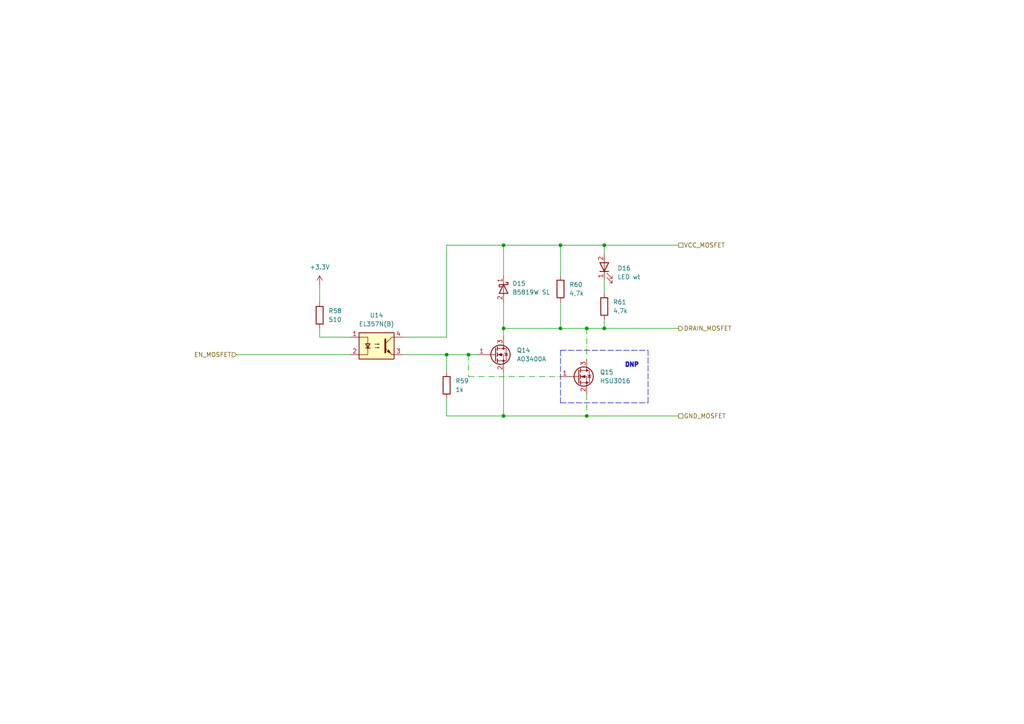
<source format=kicad_sch>
(kicad_sch (version 20211123) (generator eeschema)
  (paper "A4")
  (title_block (title "GRBLhal Boosterpack") (date "2022-12-20") (rev "1.2") (comment 1 "by Sönke Peters") (comment 2 "based on work by Terje Io and Expatria Technologies") (comment 4 "Licensed under CERN OHL v.1.2 or later"))
  (lib_symbols
    (symbol "Device:D_Schottky" (pin_names (offset 1.016) hide)
      (property "Reference" "D" (at 0 2.54 0))
      (property "Value" "D_Schottky" (at 0 -2.54 0))
      (symbol "D_Schottky_0_1"
        (polyline (pts (xy 1.27 0) (xy -1.27 0)))
        (polyline (pts (xy 1.27 1.27) (xy 1.27 -1.27) (xy -1.27 0) (xy 1.27 1.27)) (stroke (width 0.254)))
        (polyline (pts (xy -1.905 0.635) (xy -1.905 1.27) (xy -1.27 1.27) (xy -1.27 -1.27) (xy -0.635 -1.27) (xy -0.635 -0.635)) (stroke (width 0.254)))
      )
      (symbol "D_Schottky_1_1"
        (pin passive line (at -3.81 0 0) (length 2.54) (name "K") (number "1"))
        (pin passive line (at 3.81 0 180) (length 2.54) (name "A") (number "2"))
      )
    )
    (symbol "Device:LED" (pin_names (offset 1.016) hide)
      (property "Reference" "D" (at 0 2.54 0))
      (property "Value" "LED" (at 0 -2.54 0))
      (symbol "LED_0_1"
        (polyline (pts (xy -1.27 -1.27) (xy -1.27 1.27)) (stroke (width 0.254)))
        (polyline (pts (xy -1.27 0) (xy 1.27 0)))
        (polyline (pts (xy 1.27 -1.27) (xy 1.27 1.27) (xy -1.27 0) (xy 1.27 -1.27)) (stroke (width 0.254)))
        (polyline (pts (xy -3.048 -0.762) (xy -4.572 -2.286) (xy -3.81 -2.286) (xy -4.572 -2.286) (xy -4.572 -1.524)))
        (polyline (pts (xy -1.778 -0.762) (xy -3.302 -2.286) (xy -2.54 -2.286) (xy -3.302 -2.286) (xy -3.302 -1.524)))
      )
      (symbol "LED_1_1"
        (pin passive line (at -3.81 0 0) (length 2.54) (name "K") (number "1"))
        (pin passive line (at 3.81 0 180) (length 2.54) (name "A") (number "2"))
      )
    )
    (symbol "Device:R" (pin_numbers hide) (pin_names (offset 0))
      (property "Reference" "R" (at 2.032 0 90))
      (property "Value" "R" (at 0 0 90))
      (symbol "R_0_1"
        (rectangle (start -1.016 -2.54) (end 1.016 2.54) (stroke (width 0.254)))
      )
      (symbol "R_1_1"
        (pin passive line (at 0 3.81 270) (length 1.27) (name "~") (number "1"))
        (pin passive line (at 0 -3.81 90) (length 1.27) (name "~") (number "2"))
      )
    )
    (symbol "Isolator:LTV-357T" (pin_names (offset 1.016))
      (property "Reference" "U" (at -5.334 4.826 0))
      (property "Value" "LTV-357T" (at 0 5.08 0))
      (symbol "LTV-357T_0_1"
        (rectangle (start -5.08 3.81) (end 5.08 -3.81) (stroke (width 0.254)) (fill (type background)))
        (polyline (pts (xy -3.175 -0.635) (xy -1.905 -0.635)) (stroke (width 0.254)))
        (polyline (pts (xy 2.54 0.635) (xy 4.445 2.54)))
        (polyline (pts (xy 4.445 -2.54) (xy 2.54 -0.635)) (fill (type outline)))
        (polyline (pts (xy 4.445 -2.54) (xy 5.08 -2.54)))
        (polyline (pts (xy 4.445 2.54) (xy 5.08 2.54)))
        (polyline (pts (xy -5.08 2.54) (xy -2.54 2.54) (xy -2.54 -0.762)))
        (polyline (pts (xy -2.54 -0.635) (xy -2.54 -2.54) (xy -5.08 -2.54)))
        (polyline (pts (xy 2.54 1.905) (xy 2.54 -1.905) (xy 2.54 -1.905)) (stroke (width 0.508)))
        (polyline (pts (xy -2.54 -0.635) (xy -3.175 0.635) (xy -1.905 0.635) (xy -2.54 -0.635)) (stroke (width 0.254)))
        (polyline (pts (xy -0.508 -0.508) (xy 0.762 -0.508) (xy 0.381 -0.635) (xy 0.381 -0.381) (xy 0.762 -0.508)))
        (polyline (pts (xy -0.508 0.508) (xy 0.762 0.508) (xy 0.381 0.381) (xy 0.381 0.635) (xy 0.762 0.508)))
        (polyline (pts (xy 3.048 -1.651) (xy 3.556 -1.143) (xy 4.064 -2.159) (xy 3.048 -1.651) (xy 3.048 -1.651)) (fill (type outline)))
      )
      (symbol "LTV-357T_1_1"
        (pin passive line (at -7.62 2.54 0) (length 2.54) (name "~") (number "1"))
        (pin passive line (at -7.62 -2.54 0) (length 2.54) (name "~") (number "2"))
        (pin passive line (at 7.62 -2.54 180) (length 2.54) (name "~") (number "3"))
        (pin passive line (at 7.62 2.54 180) (length 2.54) (name "~") (number "4"))
      )
    )
    (symbol "Transistor_FET:AO3400A" (pin_names hide)
      (property "Reference" "Q" (at 5.08 1.905 0))
      (property "Value" "AO3400A" (at 5.08 0 0))
      (symbol "AO3400A_0_1"
        (polyline (pts (xy 0.254 0) (xy -2.54 0)))
        (polyline (pts (xy 0.254 1.905) (xy 0.254 -1.905)) (stroke (width 0.254)))
        (polyline (pts (xy 0.762 -1.27) (xy 0.762 -2.286)) (stroke (width 0.254)))
        (polyline (pts (xy 0.762 0.508) (xy 0.762 -0.508)) (stroke (width 0.254)))
        (polyline (pts (xy 0.762 2.286) (xy 0.762 1.27)) (stroke (width 0.254)))
        (polyline (pts (xy 2.54 2.54) (xy 2.54 1.778)))
        (polyline (pts (xy 2.54 -2.54) (xy 2.54 0) (xy 0.762 0)))
        (polyline (pts (xy 0.762 -1.778) (xy 3.302 -1.778) (xy 3.302 1.778) (xy 0.762 1.778)))
        (polyline (pts (xy 1.016 0) (xy 2.032 0.381) (xy 2.032 -0.381) (xy 1.016 0)) (fill (type outline)))
        (polyline (pts (xy 2.794 0.508) (xy 2.921 0.381) (xy 3.683 0.381) (xy 3.81 0.254)))
        (polyline (pts (xy 3.302 0.381) (xy 2.921 -0.254) (xy 3.683 -0.254) (xy 3.302 0.381)))
        (circle (center 1.651 0) (radius 2.794) (stroke (width 0.254)))
        (circle (center 2.54 -1.778) (radius 0.254) (fill (type outline)))
        (circle (center 2.54 1.778) (radius 0.254) (fill (type outline)))
      )
      (symbol "AO3400A_1_1"
        (pin input line (at -5.08 0 0) (length 2.54) (name "G") (number "1"))
        (pin passive line (at 2.54 -5.08 90) (length 2.54) (name "S") (number "2"))
        (pin passive line (at 2.54 5.08 270) (length 2.54) (name "D") (number "3"))
      )
    )
    (symbol "power:+3.3V" (power) (pin_names (offset 0))
      (property "Value" "+3.3V" (at 0 3.556 0))
      (symbol "+3.3V_0_1"
        (polyline (pts (xy -0.762 1.27) (xy 0 2.54)))
        (polyline (pts (xy 0 0) (xy 0 2.54)))
        (polyline (pts (xy 0 2.54) (xy 0.762 1.27)))
      )
      (symbol "+3.3V_1_1"
        (pin power_in line (at 0 0 90) (length 0) hide (name "+3.3V") (number "1"))
      )
    )
  )
  (junction (at 146.05 95.25))
  (junction (at 135.89 102.87))
  (junction (at 162.56 71.12))
  (junction (at 146.05 120.65))
  (junction (at 175.26 71.12))
  (junction (at 170.18 95.25))
  (junction (at 170.18 120.65))
  (junction (at 129.54 102.87))
  (junction (at 162.56 95.25))
  (junction (at 175.26 95.25))
  (junction (at 146.05 71.12))
  (wire (pts (xy 175.26 95.25) (xy 196.85 95.25)))
  (wire (pts (xy 92.71 82.55) (xy 92.71 87.63)))
  (polyline (pts (xy 162.56 101.6) (xy 187.96 101.6)))
  (wire (pts (xy 129.54 115.57) (xy 129.54 120.65)))
  (polyline (pts (xy 162.56 116.84) (xy 187.96 116.84)))
  (wire (pts (xy 135.89 102.87) (xy 135.89 109.22)) (stroke (width 0) (type dash_dot)))
  (wire (pts (xy 146.05 95.25) (xy 162.56 95.25)))
  (wire (pts (xy 175.26 71.12) (xy 196.85 71.12)))
  (wire (pts (xy 146.05 71.12) (xy 162.56 71.12)))
  (wire (pts (xy 170.18 95.25) (xy 170.18 104.14)) (stroke (width 0) (type dash_dot)))
  (wire (pts (xy 68.58 102.87) (xy 101.6 102.87)))
  (wire (pts (xy 129.54 102.87) (xy 135.89 102.87)))
  (wire (pts (xy 162.56 71.12) (xy 175.26 71.12)))
  (wire (pts (xy 170.18 120.65) (xy 196.85 120.65)))
  (wire (pts (xy 162.56 71.12) (xy 162.56 80.01)))
  (wire (pts (xy 146.05 120.65) (xy 170.18 120.65)))
  (wire (pts (xy 162.56 87.63) (xy 162.56 95.25)))
  (wire (pts (xy 146.05 95.25) (xy 146.05 97.79)))
  (wire (pts (xy 129.54 120.65) (xy 146.05 120.65)))
  (wire (pts (xy 129.54 97.79) (xy 129.54 71.12)))
  (wire (pts (xy 92.71 95.25) (xy 92.71 97.79)))
  (wire (pts (xy 135.89 102.87) (xy 138.43 102.87)))
  (wire (pts (xy 129.54 102.87) (xy 129.54 107.95)))
  (wire (pts (xy 146.05 71.12) (xy 146.05 80.01)))
  (wire (pts (xy 175.26 71.12) (xy 175.26 73.66)))
  (wire (pts (xy 175.26 92.71) (xy 175.26 95.25)))
  (wire (pts (xy 92.71 97.79) (xy 101.6 97.79)))
  (wire (pts (xy 146.05 87.63) (xy 146.05 95.25)))
  (wire (pts (xy 170.18 95.25) (xy 175.26 95.25)))
  (polyline (pts (xy 162.56 101.6) (xy 162.56 116.84)))
  (polyline (pts (xy 187.96 116.84) (xy 187.96 101.6)))
  (wire (pts (xy 116.84 97.79) (xy 129.54 97.79)))
  (wire (pts (xy 135.89 109.22) (xy 162.56 109.22)) (stroke (width 0) (type dash_dot)))
  (wire (pts (xy 129.54 71.12) (xy 146.05 71.12)))
  (wire (pts (xy 162.56 95.25) (xy 170.18 95.25)))
  (wire (pts (xy 170.18 114.3) (xy 170.18 120.65)) (stroke (width 0) (type dash_dot)))
  (wire (pts (xy 146.05 120.65) (xy 146.05 107.95)))
  (wire (pts (xy 175.26 81.28) (xy 175.26 85.09)))
  (wire (pts (xy 116.84 102.87) (xy 129.54 102.87)))
  (text "DNP" (at 185.42 106.68 180) (effects (font (size 1.27 1.27) (thickness 0.4)) (justify right bottom)))
  (hierarchical_label "GND_MOSFET" (shape passive) (at 196.85 120.65 0))
  (hierarchical_label "EN_MOSFET" (shape input) (at 68.58 102.87 180))
  (hierarchical_label "VCC_MOSFET" (shape passive) (at 196.85 71.12 0))
  (hierarchical_label "DRAIN_MOSFET" (shape output) (at 196.85 95.25 0))
  (symbol (lib_id "Device:R") (at 92.71 91.44 0) (unit 1)
    (property "Reference" "R58" (at 95.25 90.1699 0) (effects (justify left)))
    (property "Value" "510" (at 95.25 92.7099 0) (effects (justify left)))
    (property "Footprint" "Resistor_SMD:R_0603_1608Metric" (effects hide))
    (property "Datasheet" "https://datasheet.lcsc.com/lcsc/2206010116_UNI-ROYAL-Uniroyal-Elec-0603WAF5100T5E_C23193.pdf" (effects hide))
    (property "LCSC Part #" "C23193" (effects hide))
  )
  (symbol (lib_id "Device:R") (at 175.26 88.9 180) (unit 1)
    (property "Reference" "R61" (at 177.8 87.6299 0) (effects (justify right)))
    (property "Value" "4,7k" (at 177.8 90.1699 0) (effects (justify right)))
    (property "Footprint" "Resistor_SMD:R_0603_1608Metric" (effects hide))
    (property "Datasheet" "https://datasheet.lcsc.com/lcsc/2206010116_UNI-ROYAL-Uniroyal-Elec-0603WAF4701T5E_C23162.pdf" (effects hide))
    (property "LCSC Part #" "C23162" (effects hide))
  )
  (symbol (lib_id "Isolator:LTV-357T") (at 109.22 100.33 0) (unit 1)
    (property "Reference" "U14" (at 109.22 91.44 0))
    (property "Value" "EL357N(B)" (at 109.22 93.98 0))
    (property "Footprint" "Library:SO-5_4.4x3.6mm_P1.27mm_fake" (effects hide))
    (property "Datasheet" "https://datasheet.lcsc.com/lcsc/1809192312_Everlight-Elec-EL357N-B-TA-G_C6649.pdf" (effects hide))
    (property "LCSC Part #" "C6649" (effects hide))
  )
  (symbol (lib_id "power:+3.3V") (at 92.71 82.55 0) (unit 1)
    (property "Reference" "#PWR052" (effects hide))
    (property "Value" "+3.3V" (at 92.71 77.47 0))
  )
  (symbol (lib_id "Device:R") (at 162.56 83.82 180) (unit 1)
    (property "Reference" "R60" (at 165.1 82.5499 0) (effects (justify right)))
    (property "Value" "4,7k" (at 165.1 85.0899 0) (effects (justify right)))
    (property "Footprint" "Resistor_SMD:R_0603_1608Metric" (effects hide))
    (property "Datasheet" "https://datasheet.lcsc.com/lcsc/2206010116_UNI-ROYAL-Uniroyal-Elec-0603WAF4701T5E_C23162.pdf" (effects hide))
    (property "LCSC Part #" "C23162" (effects hide))
  )
  (symbol (lib_id "Transistor_FET:AO3400A") (at 143.51 102.87 0) (unit 1)
    (property "Reference" "Q14" (at 149.86 101.5999 0) (effects (justify left)))
    (property "Value" "AO3400A" (at 149.86 104.1399 0) (effects (justify left)))
    (property "Footprint" "Package_TO_SOT_SMD:SOT-23" (effects hide))
    (property "Datasheet" "https://datasheet.lcsc.com/lcsc/1811081213_Alpha---Omega-Semicon-AO3400A_C20917.pdf" (effects hide))
    (property "JLCPCB Part #" "C20917" (effects hide))
    (property "JLCPCB Rotation Offset" "180" (effects hide))
  )
  (symbol (lib_id "Device:LED") (at 175.26 77.47 90) (unit 1)
    (property "Reference" "D16" (at 179.07 77.7874 90) (effects (justify right)))
    (property "Value" "LED wt" (at 179.07 80.3274 90) (effects (justify right)))
    (property "Footprint" "LED_SMD:LED_0603_1608Metric" (effects hide))
    (property "Datasheet" "https://datasheet.lcsc.com/lcsc/1809041711_Hubei-KENTO-Elec-C2290_C2290.pdf" (effects hide))
    (property "JLCPCB Rotation Offset" "180" (effects hide))
    (property "JLCPCB Part #" "C2290" (effects hide))
  )
  (symbol (lib_id "Transistor_FET:AO3400A") (at 167.64 109.22 0) (unit 1) (in_bom no)
    (property "Reference" "Q15" (at 173.99 107.9499 0) (effects (justify left)))
    (property "Value" "HSU3016" (at 173.99 110.4899 0) (effects (justify left)))
    (property "Footprint" "Package_TO_SOT_SMD:TO-252-2" (effects hide))
    (property "Datasheet" "https://datasheet.lcsc.com/lcsc/2009041209_HUASHUO-HSU3016_C701001.pdf" (effects hide))
    (property "JLCPCB Part #" "C701001" (effects hide))
  )
  (symbol (lib_id "Device:D_Schottky") (at 146.05 83.82 270) (unit 1)
    (property "Reference" "D15" (at 148.59 82.2324 90) (effects (justify left)))
    (property "Value" "B5819W SL" (at 148.59 84.7724 90) (effects (justify left)))
    (property "Footprint" "Diode_SMD:D_SOD-123" (effects hide))
    (property "Datasheet" "https://datasheet.lcsc.com/lcsc/1809140216_Jiangsu-Changjing-Electronics-Technology-Co---Ltd--B5819W-SL_C8598.pdf" (effects hide))
    (property "JLCPCB Part #" "C8598" (effects hide))
  )
  (symbol (lib_id "Device:R") (at 129.54 111.76 180) (unit 1)
    (property "Reference" "R59" (at 132.08 110.4899 0) (effects (justify right)))
    (property "Value" "1k" (at 132.08 113.0299 0) (effects (justify right)))
    (property "Footprint" "Resistor_SMD:R_0603_1608Metric" (effects hide))
    (property "Datasheet" "https://datasheet.lcsc.com/lcsc/2206010130_UNI-ROYAL-Uniroyal-Elec-0603WAF1001T5E_C21190.pdf" (effects hide))
    (property "LCSC Part #" "C21190" (effects hide))
  )
)
</source>
